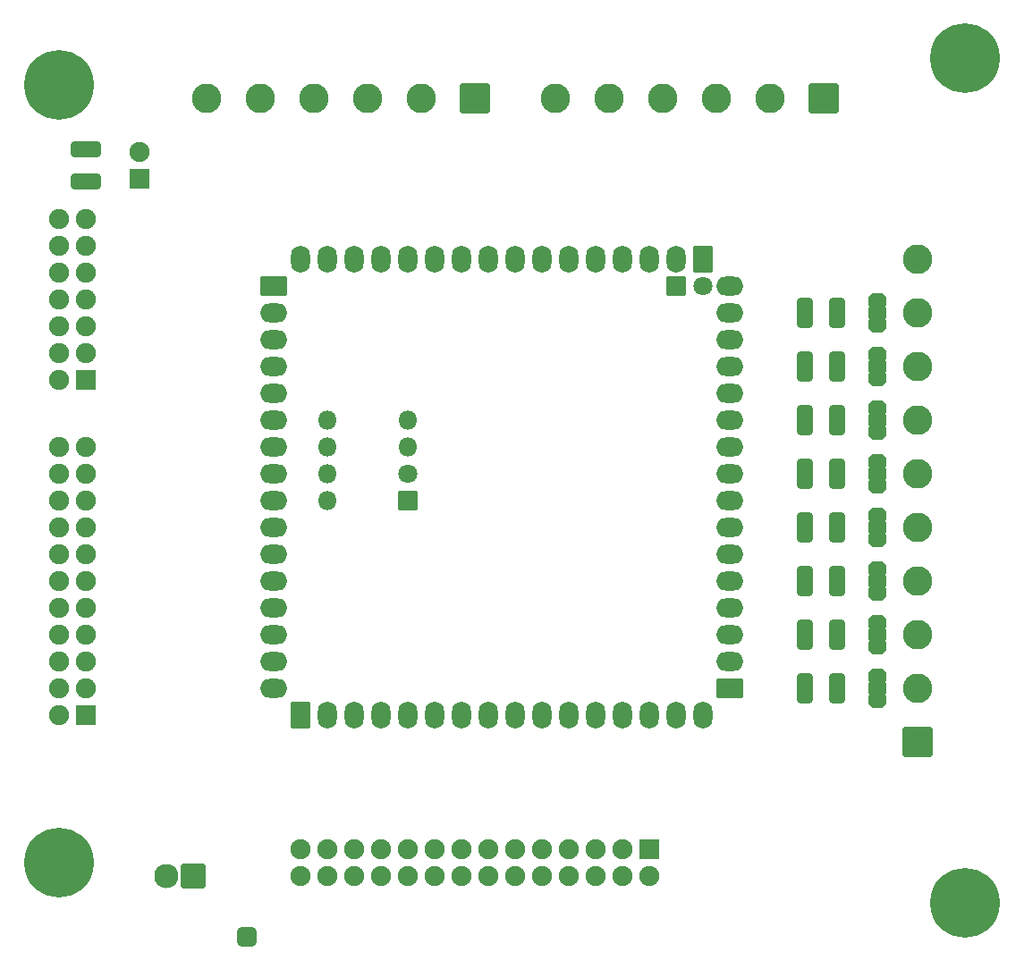
<source format=gbs>
G04 #@! TF.GenerationSoftware,KiCad,Pcbnew,(7.0.0-55-gb63d0a3138)*
G04 #@! TF.CreationDate,2023-04-02T20:52:40+02:00*
G04 #@! TF.ProjectId,CANduino128,43414e64-7569-46e6-9f31-32382e6b6963,rev?*
G04 #@! TF.SameCoordinates,Original*
G04 #@! TF.FileFunction,Soldermask,Bot*
G04 #@! TF.FilePolarity,Negative*
%FSLAX46Y46*%
G04 Gerber Fmt 4.6, Leading zero omitted, Abs format (unit mm)*
G04 Created by KiCad (PCBNEW (7.0.0-55-gb63d0a3138)) date 2023-04-02 20:52:40*
%MOMM*%
%LPD*%
G01*
G04 APERTURE LIST*
G04 Aperture macros list*
%AMRoundRect*
0 Rectangle with rounded corners*
0 $1 Rounding radius*
0 $2 $3 $4 $5 $6 $7 $8 $9 X,Y pos of 4 corners*
0 Add a 4 corners polygon primitive as box body*
4,1,4,$2,$3,$4,$5,$6,$7,$8,$9,$2,$3,0*
0 Add four circle primitives for the rounded corners*
1,1,$1+$1,$2,$3*
1,1,$1+$1,$4,$5*
1,1,$1+$1,$6,$7*
1,1,$1+$1,$8,$9*
0 Add four rect primitives between the rounded corners*
20,1,$1+$1,$2,$3,$4,$5,0*
20,1,$1+$1,$4,$5,$6,$7,0*
20,1,$1+$1,$6,$7,$8,$9,0*
20,1,$1+$1,$8,$9,$2,$3,0*%
%AMFreePoly0*
4,1,37,0.600000,0.836603,0.636603,0.800000,0.650000,0.750000,0.650000,-0.750000,0.636603,-0.800000,0.600000,-0.836603,0.550000,-0.850000,0.000000,-0.850000,-0.018993,-0.844911,-0.071157,-0.844911,-0.099330,-0.840860,-0.235881,-0.800765,-0.261772,-0.788941,-0.381494,-0.712000,-0.403005,-0.693361,-0.496202,-0.585806,-0.511590,-0.561861,-0.570709,-0.432407,-0.578728,-0.405098,-0.598982,-0.264232,
-0.600000,-0.250000,-0.600000,0.250000,-0.598982,0.264232,-0.578728,0.405098,-0.570709,0.432407,-0.511590,0.561861,-0.496202,0.585806,-0.403005,0.693361,-0.381494,0.712000,-0.261772,0.788941,-0.235881,0.800765,-0.099330,0.840860,-0.071157,0.844911,-0.018993,0.844911,0.000000,0.850000,0.550000,0.850000,0.600000,0.836603,0.600000,0.836603,$1*%
%AMFreePoly1*
4,1,37,0.018993,0.844911,0.071157,0.844911,0.099330,0.840860,0.235881,0.800765,0.261772,0.788941,0.381494,0.712000,0.403005,0.693361,0.496202,0.585806,0.511590,0.561861,0.570709,0.432407,0.578728,0.405098,0.598982,0.264232,0.600000,0.250000,0.600000,-0.250000,0.598982,-0.264232,0.578728,-0.405098,0.570709,-0.432407,0.511590,-0.561861,0.496202,-0.585806,0.403005,-0.693361,
0.381494,-0.712000,0.261772,-0.788941,0.235881,-0.800765,0.099330,-0.840860,0.071157,-0.844911,0.018993,-0.844911,0.000000,-0.850000,-0.550000,-0.850000,-0.600000,-0.836603,-0.636603,-0.800000,-0.650000,-0.750000,-0.650000,0.750000,-0.636603,0.800000,-0.600000,0.836603,-0.550000,0.850000,0.000000,0.850000,0.018993,0.844911,0.018993,0.844911,$1*%
G04 Aperture macros list end*
%ADD10RoundRect,0.100000X-0.850000X0.850000X-0.850000X-0.850000X0.850000X-0.850000X0.850000X0.850000X0*%
%ADD11C,1.900000*%
%ADD12O,1.900000X1.900000*%
%ADD13RoundRect,0.350000X-0.550000X0.550000X-0.550000X-0.550000X0.550000X-0.550000X0.550000X0.550000X0*%
%ADD14RoundRect,0.100000X1.300000X-1.300000X1.300000X1.300000X-1.300000X1.300000X-1.300000X-1.300000X0*%
%ADD15C,2.800000*%
%ADD16RoundRect,0.100000X0.850000X0.850000X-0.850000X0.850000X-0.850000X-0.850000X0.850000X-0.850000X0*%
%ADD17C,1.000000*%
%ADD18C,6.600000*%
%ADD19RoundRect,0.100000X1.300000X1.300000X-1.300000X1.300000X-1.300000X-1.300000X1.300000X-1.300000X0*%
%ADD20RoundRect,0.100000X0.800000X0.800000X-0.800000X0.800000X-0.800000X-0.800000X0.800000X-0.800000X0*%
%ADD21C,1.800000*%
%ADD22O,1.800000X1.800000*%
%ADD23RoundRect,0.100000X-0.800000X1.200000X-0.800000X-1.200000X0.800000X-1.200000X0.800000X1.200000X0*%
%ADD24O,1.800000X2.600000*%
%ADD25RoundRect,0.100000X-1.200000X-0.800000X1.200000X-0.800000X1.200000X0.800000X-1.200000X0.800000X0*%
%ADD26O,2.600000X1.800000*%
%ADD27RoundRect,0.100000X0.800000X-1.200000X0.800000X1.200000X-0.800000X1.200000X-0.800000X-1.200000X0*%
%ADD28RoundRect,0.100000X1.200000X0.800000X-1.200000X0.800000X-1.200000X-0.800000X1.200000X-0.800000X0*%
%ADD29RoundRect,0.100000X1.050000X1.050000X-1.050000X1.050000X-1.050000X-1.050000X1.050000X-1.050000X0*%
%ADD30C,2.300000*%
%ADD31RoundRect,0.350000X-0.400000X-1.075000X0.400000X-1.075000X0.400000X1.075000X-0.400000X1.075000X0*%
%ADD32FreePoly0,270.000000*%
%ADD33RoundRect,0.100000X-0.750000X0.500000X-0.750000X-0.500000X0.750000X-0.500000X0.750000X0.500000X0*%
%ADD34FreePoly1,270.000000*%
%ADD35RoundRect,0.350000X1.075000X-0.400000X1.075000X0.400000X-1.075000X0.400000X-1.075000X-0.400000X0*%
G04 APERTURE END LIST*
D10*
X162560000Y-124460000D03*
D11*
X162560000Y-127000000D03*
D12*
X160019999Y-124459999D03*
X160019999Y-126999999D03*
X157479999Y-124459999D03*
X157479999Y-126999999D03*
X154939999Y-124459999D03*
X154939999Y-126999999D03*
X152399999Y-124459999D03*
X152399999Y-126999999D03*
X149859999Y-124459999D03*
X149859999Y-126999999D03*
X147319999Y-124459999D03*
X147319999Y-126999999D03*
X144779999Y-124459999D03*
X144779999Y-126999999D03*
X142239999Y-124459999D03*
X142239999Y-126999999D03*
X139699999Y-124459999D03*
X139699999Y-126999999D03*
X137159999Y-124459999D03*
X137159999Y-126999999D03*
X134619999Y-124459999D03*
X134619999Y-126999999D03*
X132079999Y-124459999D03*
X132079999Y-126999999D03*
X129539999Y-124459999D03*
X129539999Y-126999999D03*
D13*
X124460000Y-132715000D03*
D14*
X187960000Y-114300000D03*
D15*
X187960000Y-109220000D03*
X187960000Y-104140000D03*
X187960000Y-99060000D03*
X187960000Y-93980000D03*
X187960000Y-88900000D03*
X187960000Y-83820000D03*
X187960000Y-78740000D03*
X187960000Y-73660000D03*
X187960000Y-68580000D03*
D16*
X109220000Y-111760000D03*
D11*
X106680000Y-111760000D03*
X109220000Y-109220000D03*
X106680000Y-109220000D03*
X109220000Y-106680000D03*
X106680000Y-106680000D03*
X109220000Y-104140000D03*
X106680000Y-104140000D03*
X109220000Y-101600000D03*
X106680000Y-101600000D03*
X109220000Y-99060000D03*
X106680000Y-99060000D03*
X109220000Y-96520000D03*
X106680000Y-96520000D03*
X109220000Y-93980000D03*
X106680000Y-93980000D03*
X109220000Y-91440000D03*
X106680000Y-91440000D03*
X109220000Y-88900000D03*
X106680000Y-88900000D03*
X109220000Y-86360000D03*
X106680000Y-86360000D03*
D17*
X190005000Y-129540000D03*
X190707944Y-127842944D03*
X190707944Y-131237056D03*
X192405000Y-127140000D03*
D18*
X192405000Y-129540000D03*
D17*
X192405000Y-131940000D03*
X194102056Y-127842944D03*
X194102056Y-131237056D03*
X194805000Y-129540000D03*
D16*
X109220000Y-80010000D03*
D11*
X106680000Y-80010000D03*
X109220000Y-77470000D03*
X106680000Y-77470000D03*
X109220000Y-74930000D03*
X106680000Y-74930000D03*
X109220000Y-72390000D03*
X106680000Y-72390000D03*
X109220000Y-69850000D03*
X106680000Y-69850000D03*
X109220000Y-67310000D03*
X106680000Y-67310000D03*
X109220000Y-64770000D03*
X106680000Y-64770000D03*
D19*
X146050000Y-53340000D03*
D15*
X140970000Y-53340000D03*
X135890000Y-53340000D03*
X130810000Y-53340000D03*
X125730000Y-53340000D03*
X120650000Y-53340000D03*
D20*
X139700000Y-91430000D03*
D21*
X139700000Y-88890000D03*
D22*
X139699999Y-86349999D03*
X139699999Y-83809999D03*
X132079999Y-83809999D03*
X132079999Y-86349999D03*
X132079999Y-88889999D03*
X132079999Y-91429999D03*
D16*
X114300000Y-60960000D03*
D12*
X114299999Y-58419999D03*
D17*
X104280000Y-125730000D03*
X104982944Y-124032944D03*
X104982944Y-127427056D03*
X106680000Y-123330000D03*
D18*
X106680000Y-125730000D03*
D17*
X106680000Y-128130000D03*
X108377056Y-124032944D03*
X108377056Y-127427056D03*
X109080000Y-125730000D03*
D19*
X179070000Y-53340000D03*
D15*
X173990000Y-53340000D03*
X168910000Y-53340000D03*
X163830000Y-53340000D03*
X158750000Y-53340000D03*
X153670000Y-53340000D03*
D17*
X190005000Y-49530000D03*
X190707944Y-47832944D03*
X190707944Y-51227056D03*
X192405000Y-47130000D03*
D18*
X192405000Y-49530000D03*
D17*
X192405000Y-51930000D03*
X194102056Y-47832944D03*
X194102056Y-51227056D03*
X194805000Y-49530000D03*
X104280000Y-52070000D03*
X104982944Y-50372944D03*
X104982944Y-53767056D03*
X106680000Y-49670000D03*
D18*
X106680000Y-52070000D03*
D17*
X106680000Y-54470000D03*
X108377056Y-50372944D03*
X108377056Y-53767056D03*
X109080000Y-52070000D03*
D23*
X167640000Y-68580000D03*
D24*
X165099999Y-68579999D03*
X162559999Y-68579999D03*
X160019999Y-68579999D03*
X157479999Y-68579999D03*
X154939999Y-68579999D03*
X152399999Y-68579999D03*
X149859999Y-68579999D03*
X147319999Y-68579999D03*
X144779999Y-68579999D03*
X142239999Y-68579999D03*
X139699999Y-68579999D03*
X137159999Y-68579999D03*
X134619999Y-68579999D03*
X132079999Y-68579999D03*
X129539999Y-68579999D03*
D25*
X127000000Y-71120000D03*
D26*
X126999999Y-73659999D03*
X126999999Y-76199999D03*
X126999999Y-78739999D03*
X126999999Y-81279999D03*
X126999999Y-83819999D03*
X126999999Y-86359999D03*
X126999999Y-88899999D03*
X126999999Y-91439999D03*
X126999999Y-93979999D03*
X126999999Y-96519999D03*
X126999999Y-99059999D03*
X126999999Y-101599999D03*
X126999999Y-104139999D03*
X126999999Y-106679999D03*
X126999999Y-109219999D03*
D27*
X129540000Y-111760000D03*
D24*
X132079999Y-111759999D03*
X134619999Y-111759999D03*
X137159999Y-111759999D03*
X139699999Y-111759999D03*
X142239999Y-111759999D03*
X144779999Y-111759999D03*
X147319999Y-111759999D03*
X149859999Y-111759999D03*
X152399999Y-111759999D03*
X154939999Y-111759999D03*
X157479999Y-111759999D03*
X160019999Y-111759999D03*
X162559999Y-111759999D03*
X165099999Y-111759999D03*
X167639999Y-111759999D03*
D28*
X170180000Y-109220000D03*
D26*
X170179999Y-106679999D03*
X170179999Y-104139999D03*
X170179999Y-101599999D03*
X170179999Y-99059999D03*
X170179999Y-96519999D03*
X170179999Y-93979999D03*
X170179999Y-91439999D03*
X170179999Y-88899999D03*
X170179999Y-86359999D03*
X170179999Y-83819999D03*
X170179999Y-81279999D03*
X170179999Y-78739999D03*
X170179999Y-76199999D03*
X170179999Y-73659999D03*
X170179999Y-71119999D03*
D21*
X167640000Y-71120000D03*
D20*
X165100000Y-71120000D03*
D29*
X119380000Y-127000000D03*
D30*
X116840000Y-127000000D03*
D31*
X177240000Y-93980000D03*
X180340000Y-93980000D03*
D32*
X184150000Y-102840000D03*
D33*
X184150000Y-104140000D03*
D34*
X184150000Y-105440000D03*
D31*
X177240000Y-104140000D03*
X180340000Y-104140000D03*
D32*
X184150000Y-77440000D03*
D33*
X184150000Y-78740000D03*
D34*
X184150000Y-80040000D03*
D32*
X184150000Y-92680000D03*
D33*
X184150000Y-93980000D03*
D34*
X184150000Y-95280000D03*
D31*
X177240000Y-78740000D03*
X180340000Y-78740000D03*
D35*
X109220000Y-61240000D03*
X109220000Y-58140000D03*
D32*
X184150000Y-97760000D03*
D33*
X184150000Y-99060000D03*
D34*
X184150000Y-100360000D03*
D31*
X177240000Y-73660000D03*
X180340000Y-73660000D03*
D32*
X184150000Y-107920000D03*
D33*
X184150000Y-109220000D03*
D34*
X184150000Y-110520000D03*
D32*
X184150000Y-87600000D03*
D33*
X184150000Y-88900000D03*
D34*
X184150000Y-90200000D03*
D32*
X184150000Y-72360000D03*
D33*
X184150000Y-73660000D03*
D34*
X184150000Y-74960000D03*
D32*
X184150000Y-82520000D03*
D33*
X184150000Y-83820000D03*
D34*
X184150000Y-85120000D03*
D31*
X177240000Y-109220000D03*
X180340000Y-109220000D03*
X177240000Y-83820000D03*
X180340000Y-83820000D03*
X177240000Y-88900000D03*
X180340000Y-88900000D03*
X177240000Y-99060000D03*
X180340000Y-99060000D03*
M02*

</source>
